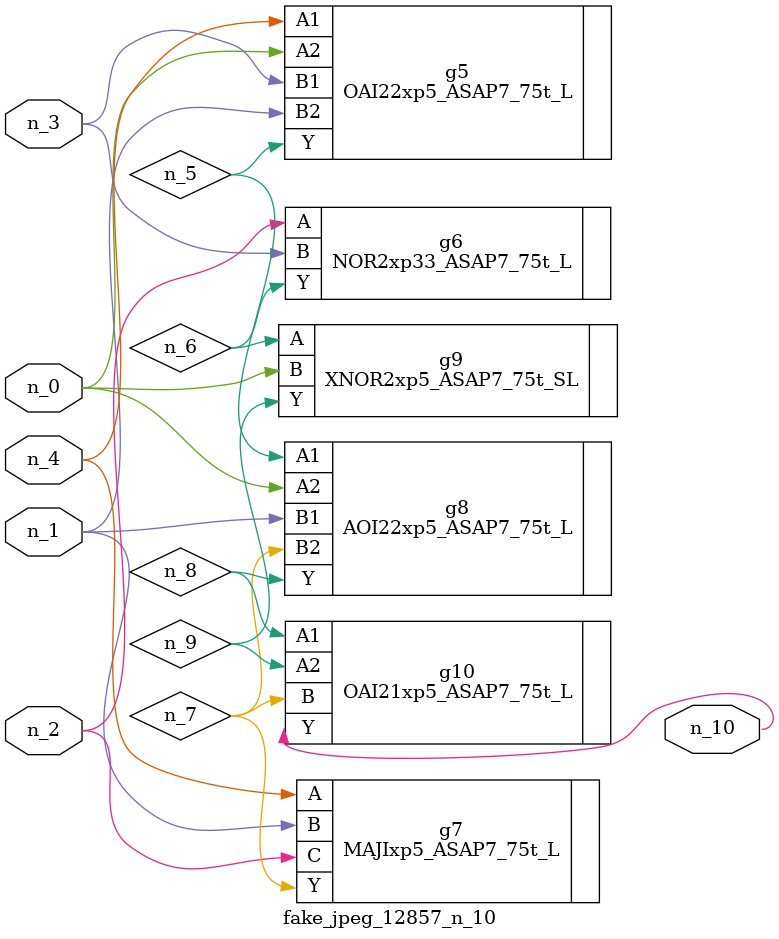
<source format=v>
module fake_jpeg_12857_n_10 (n_3, n_2, n_1, n_0, n_4, n_10);

input n_3;
input n_2;
input n_1;
input n_0;
input n_4;

output n_10;

wire n_8;
wire n_9;
wire n_6;
wire n_5;
wire n_7;

OAI22xp5_ASAP7_75t_L g5 ( 
.A1(n_4),
.A2(n_0),
.B1(n_3),
.B2(n_1),
.Y(n_5)
);

NOR2xp33_ASAP7_75t_L g6 ( 
.A(n_2),
.B(n_3),
.Y(n_6)
);

MAJIxp5_ASAP7_75t_L g7 ( 
.A(n_4),
.B(n_1),
.C(n_2),
.Y(n_7)
);

AOI22xp5_ASAP7_75t_L g8 ( 
.A1(n_5),
.A2(n_0),
.B1(n_1),
.B2(n_7),
.Y(n_8)
);

OAI21xp5_ASAP7_75t_L g10 ( 
.A1(n_8),
.A2(n_9),
.B(n_7),
.Y(n_10)
);

XNOR2xp5_ASAP7_75t_SL g9 ( 
.A(n_6),
.B(n_0),
.Y(n_9)
);


endmodule
</source>
